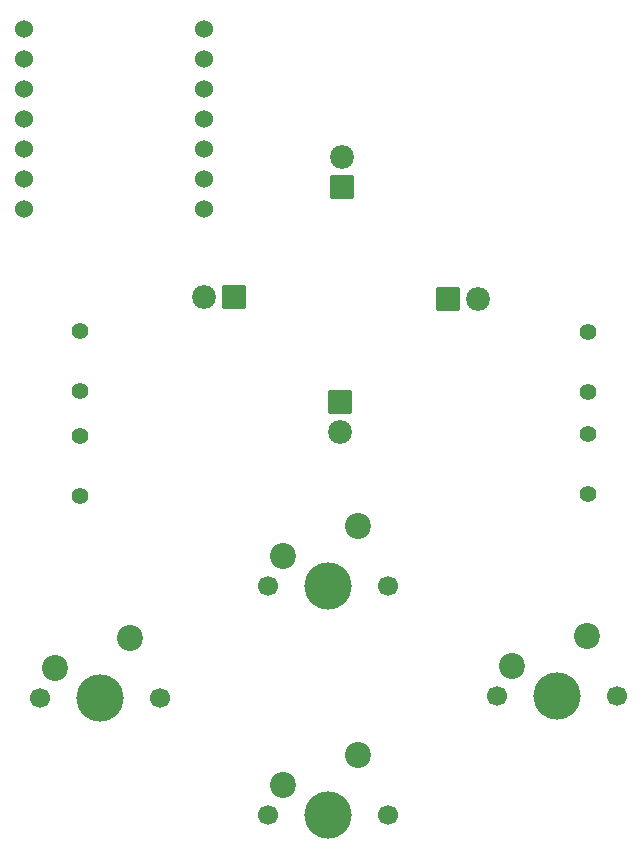
<source format=gbr>
%TF.GenerationSoftware,KiCad,Pcbnew,9.0.3*%
%TF.CreationDate,2025-08-02T05:31:17+05:30*%
%TF.ProjectId,coolbuildpathfinder,636f6f6c-6275-4696-9c64-706174686669,rev?*%
%TF.SameCoordinates,Original*%
%TF.FileFunction,Soldermask,Bot*%
%TF.FilePolarity,Negative*%
%FSLAX46Y46*%
G04 Gerber Fmt 4.6, Leading zero omitted, Abs format (unit mm)*
G04 Created by KiCad (PCBNEW 9.0.3) date 2025-08-02 05:31:17*
%MOMM*%
%LPD*%
G01*
G04 APERTURE LIST*
G04 Aperture macros list*
%AMRoundRect*
0 Rectangle with rounded corners*
0 $1 Rounding radius*
0 $2 $3 $4 $5 $6 $7 $8 $9 X,Y pos of 4 corners*
0 Add a 4 corners polygon primitive as box body*
4,1,4,$2,$3,$4,$5,$6,$7,$8,$9,$2,$3,0*
0 Add four circle primitives for the rounded corners*
1,1,$1+$1,$2,$3*
1,1,$1+$1,$4,$5*
1,1,$1+$1,$6,$7*
1,1,$1+$1,$8,$9*
0 Add four rect primitives between the rounded corners*
20,1,$1+$1,$2,$3,$4,$5,0*
20,1,$1+$1,$4,$5,$6,$7,0*
20,1,$1+$1,$6,$7,$8,$9,0*
20,1,$1+$1,$8,$9,$2,$3,0*%
G04 Aperture macros list end*
%ADD10C,1.400000*%
%ADD11C,1.700000*%
%ADD12C,4.000000*%
%ADD13C,2.200000*%
%ADD14C,2.019000*%
%ADD15RoundRect,0.102000X-0.907500X-0.907500X0.907500X-0.907500X0.907500X0.907500X-0.907500X0.907500X0*%
%ADD16RoundRect,0.102000X0.907500X0.907500X-0.907500X0.907500X-0.907500X-0.907500X0.907500X-0.907500X0*%
%ADD17C,1.524000*%
%ADD18RoundRect,0.102000X0.907500X-0.907500X0.907500X0.907500X-0.907500X0.907500X-0.907500X-0.907500X0*%
%ADD19RoundRect,0.102000X-0.907500X0.907500X-0.907500X-0.907500X0.907500X-0.907500X0.907500X0.907500X0*%
G04 APERTURE END LIST*
D10*
%TO.C,R2*%
X128400468Y-88724216D03*
X128400468Y-83644216D03*
%TD*%
D11*
%TO.C,SW4*%
X125020000Y-114700000D03*
D12*
X130100000Y-114700000D03*
D11*
X135180000Y-114700000D03*
D13*
X132640000Y-109620000D03*
X126290000Y-112160000D03*
%TD*%
D11*
%TO.C,SW1*%
X144315000Y-105255000D03*
D12*
X149395000Y-105255000D03*
D11*
X154475000Y-105255000D03*
D13*
X151935000Y-100175000D03*
X145585000Y-102715000D03*
%TD*%
D11*
%TO.C,SW2*%
X163720000Y-114500000D03*
D12*
X168800000Y-114500000D03*
D11*
X173880000Y-114500000D03*
D13*
X171340000Y-109420000D03*
X164990000Y-111960000D03*
%TD*%
D14*
%TO.C,D3*%
X162100000Y-80931500D03*
D15*
X159560000Y-80931500D03*
%TD*%
D14*
%TO.C,D1*%
X138900000Y-80731500D03*
D16*
X141440000Y-80731500D03*
%TD*%
D10*
%TO.C,R1*%
X128400468Y-97584216D03*
X128400468Y-92504216D03*
%TD*%
D11*
%TO.C,SW3*%
X144340000Y-124600000D03*
D12*
X149420000Y-124600000D03*
D11*
X154500000Y-124600000D03*
D13*
X151960000Y-119520000D03*
X145610000Y-122060000D03*
%TD*%
D17*
%TO.C,U1*%
X123680000Y-58048500D03*
X123680000Y-60588500D03*
X123680000Y-63128500D03*
X123680000Y-65668500D03*
X123680000Y-68208500D03*
X123680000Y-70748500D03*
X123680000Y-73288500D03*
X138920000Y-73288500D03*
X138920000Y-70748500D03*
X138920000Y-68208500D03*
X138920000Y-65668500D03*
X138920000Y-63128500D03*
X138920000Y-60588500D03*
X138920000Y-58048500D03*
%TD*%
D10*
%TO.C,R4*%
X171399532Y-92375784D03*
X171399532Y-97455784D03*
%TD*%
D14*
%TO.C,D2*%
X150600000Y-68861500D03*
D18*
X150600000Y-71401500D03*
%TD*%
D14*
%TO.C,D4*%
X150400000Y-92171500D03*
D19*
X150400000Y-89631500D03*
%TD*%
D10*
%TO.C,R3*%
X171399532Y-83675784D03*
X171399532Y-88755784D03*
%TD*%
M02*

</source>
